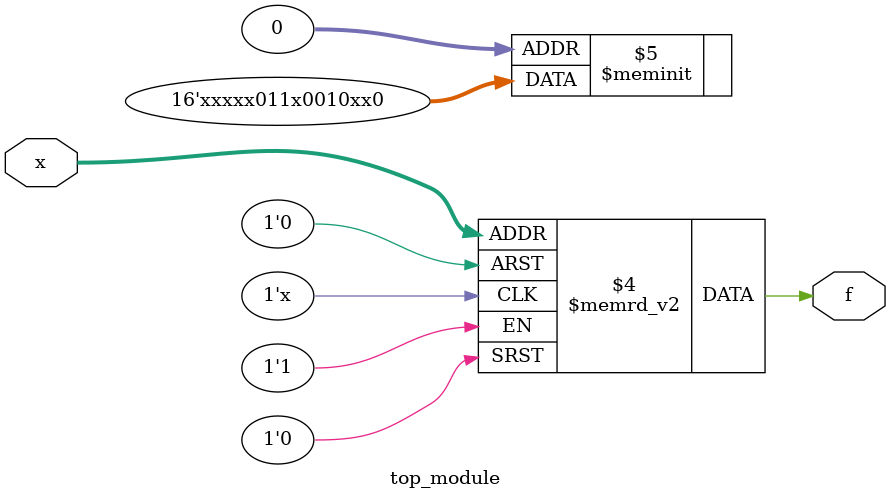
<source format=sv>
module top_module (
	input [4:1] x,
	output logic f
);

always_comb begin
    case(x)
        4'b0000: f = 1'b0;
        4'b0001: f = 1'bx;
        4'b0010: f = 1'bx;
        4'b0011: f = 1'b0;
        4'b0100: f = 1'b1;
        4'b0101: f = 1'b0;
        4'b0110: f = 1'b0;
        4'b0111: f = 1'bx;
        4'b1000: f = 1'b1;
        4'b1001: f = 1'b1;
        4'b1010: f = 1'b0;
        4'b1011: f = 1'bx;
        4'b1100: f = 1'bx;
        4'b1101: f = 1'bx;
        4'b1110: f = 1'bx;
        4'b1111: f = 1'bx;
    endcase
end

endmodule

</source>
